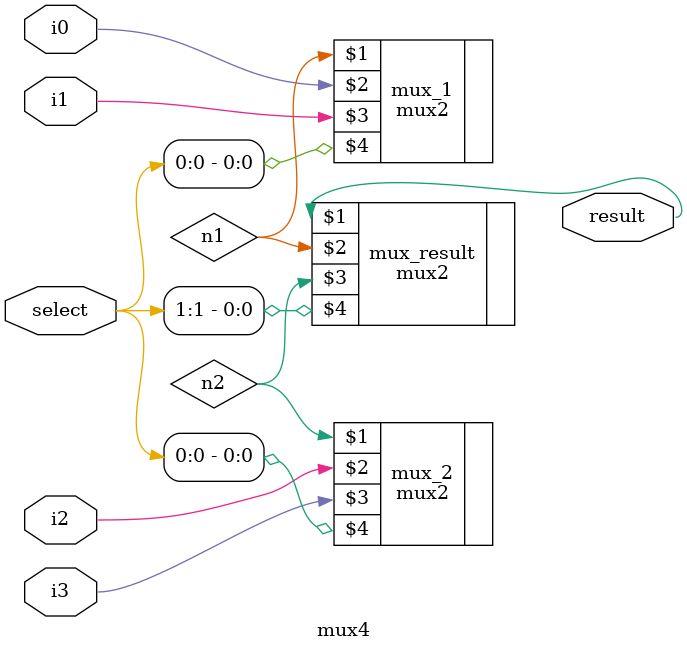
<source format=v>
module mux4 (result, i0, i1, i2, i3, select);
    input i0, i1, i2, i3;
    input [1:0] select;
    output result;

    wire n1, n2;

    mux2 mux_1(n1, i0, i1, select[0]);
    mux2 mux_2(n2, i2, i3, select[0]);
    mux2 mux_result(result, n1, n2, select[1]);
endmodule
</source>
